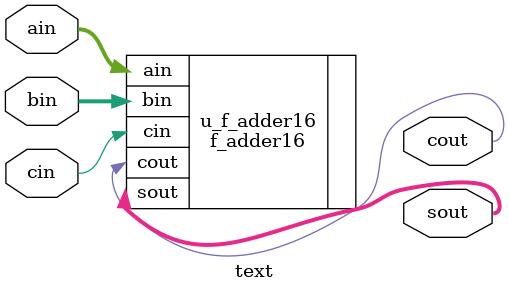
<source format=v>
module text (
	input [15:0] ain,
	input [15:0] bin,
	input cin,

	output [15:0] sout,
	output cout
);

f_adder16 u_f_adder16(
    .ain  ( ain  ),
    .bin  ( bin  ),
    .cin  ( cin  ),
    .sout ( sout ),
    .cout  ( cout  )
);


endmodule
</source>
